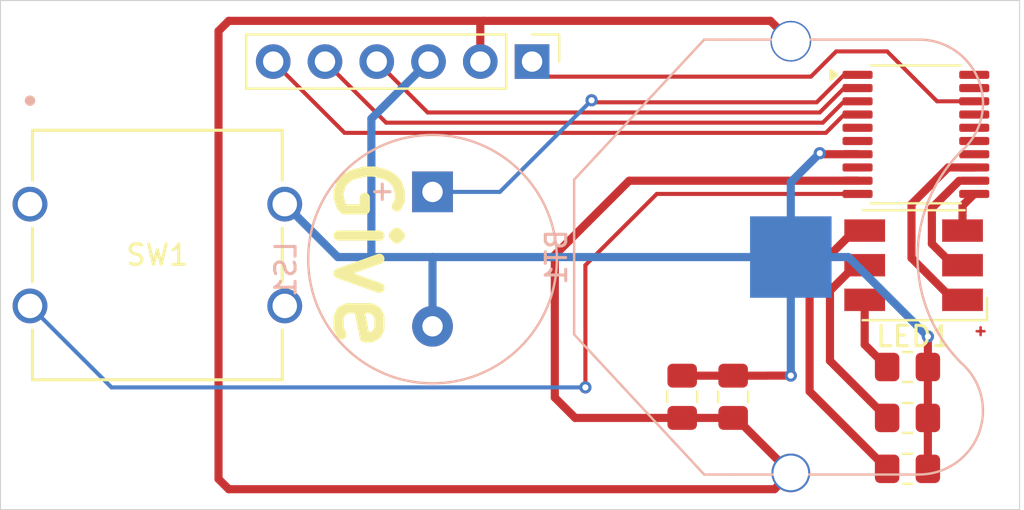
<source format=kicad_pcb>
(kicad_pcb (version 20240108) (generator "pcbnew") (generator_version "8.0")
  (layers (0 "F.Cu" signal) (31 "B.Cu" signal) (34 "B.Paste" user) (35 "F.Paste" user) (36 "B.SilkS" user "B.Silkscreen") (37 "F.SilkS" user "F.Silkscreen") (38 "B.Mask" user) (39 "F.Mask" user) (44 "Edge.Cuts" user))
  (net 0 "")
  (net 1 "Net-(LED1-BK)")
  (net 2 "Net-(LED1-GA)")
  (net 3 "Net-(LED1-BA)")
  (net 4 "Net-(LED1-RA)")
  (net 5 "Net-(LED1-RK)")
  (net 6 "Net-(LED1-GK)")
  (net 8 "GND")
  (net 14 "Net-(U1-PD4_A7_T2AETR2)")
  (net 16 "Net-(U1-PC0_T2CH3)")
  (net 17 "VCC")
  (net 20 "Net-(J1-Pin_1)")
  (net 21 "Net-(J1-Pin_5)")
  (net 22 "Net-(J1-Pin_6)")
  (net 23 "Net-(J1-Pin_4)")
  (footprint "Package_SO:TSSOP-20_4.4x6.5mm_P0.65mm" (layer "F.Cu") (at 164.716116 106.575)
    (property "Reference" "U1" (hide yes))
    (property "Value" "CH32V003f4p6" (hide yes))
    (fp_line (start 0 -3.385) (end -2.2 -3.385) (stroke (width 0.12)) (layer "F.SilkS"))
    (fp_line (start 0 -3.385) (end 2.2 -3.385) (stroke (width 0.12)) (layer "F.SilkS"))
    (fp_line (start 0 3.385) (end -2.2 3.385) (stroke (width 0.12)) (layer "F.SilkS"))
    (fp_line (start 0 3.385) (end 2.2 3.385) (stroke (width 0.12)) (layer "F.SilkS"))
    (fp_poly (pts (xy -3.86 -2.925) (xy -4.19 -3.165) (xy -4.19 -2.685) (xy -3.86 -2.925)) (stroke (width 0.12)) (fill solid) (layer "F.SilkS"))
    (pad "1" smd roundrect (at -2.8625 -2.925) (size 1.475 0.4) (layers "F.Cu" "F.Paste" "F.Mask") (net 14 "Net-(U1-PD4_A7_T2AETR2)"))
    (pad "2" smd roundrect (at -2.8625 -2.275) (size 1.475 0.4) (layers "F.Cu" "F.Paste" "F.Mask") (net 23 "Net-(J1-Pin_4)"))
    (pad "3" smd roundrect (at -2.8625 -1.625) (size 1.475 0.4) (layers "F.Cu" "F.Paste" "F.Mask") (net 21 "Net-(J1-Pin_5)"))
    (pad "4" smd roundrect (at -2.8625 -0.975) (size 1.475 0.4) (layers "F.Cu" "F.Paste" "F.Mask") (net 22 "Net-(J1-Pin_6)"))
    (pad "5" smd roundrect (at -2.8625 -0.325) (size 1.475 0.4) (layers "F.Cu" "F.Paste" "F.Mask"))
    (pad "6" smd roundrect (at -2.8625 0.325) (size 1.475 0.4) (layers "F.Cu" "F.Paste" "F.Mask"))
    (pad "7" smd roundrect (at -2.8625 0.975) (size 1.475 0.4) (layers "F.Cu" "F.Paste" "F.Mask") (net 8 "GND"))
    (pad "8" smd roundrect (at -2.8625 1.625) (size 1.475 0.4) (layers "F.Cu" "F.Paste" "F.Mask"))
    (pad "9" smd roundrect (at -2.8625 2.275) (size 1.475 0.4) (layers "F.Cu" "F.Paste" "F.Mask") (net 17 "VCC"))
    (pad "10" smd roundrect (at -2.8625 2.925) (size 1.475 0.4) (layers "F.Cu" "F.Paste" "F.Mask") (net 16 "Net-(U1-PC0_T2CH3)"))
    (pad "11" smd roundrect (at 2.8625 2.925) (size 1.475 0.4) (layers "F.Cu" "F.Paste" "F.Mask") (net 2 "Net-(LED1-GA)"))
    (pad "12" smd roundrect (at 2.8625 2.275) (size 1.475 0.4) (layers "F.Cu" "F.Paste" "F.Mask") (net 4 "Net-(LED1-RA)"))
    (pad "13" smd roundrect (at 2.8625 1.625) (size 1.475 0.4) (layers "F.Cu" "F.Paste" "F.Mask") (net 3 "Net-(LED1-BA)"))
    (pad "14" smd roundrect (at 2.8625 0.975) (size 1.475 0.4) (layers "F.Cu" "F.Paste" "F.Mask"))
    (pad "15" smd roundrect (at 2.8625 0.325) (size 1.475 0.4) (layers "F.Cu" "F.Paste" "F.Mask"))
    (pad "16" smd roundrect (at 2.8625 -0.325) (size 1.475 0.4) (layers "F.Cu" "F.Paste" "F.Mask"))
    (pad "17" smd roundrect (at 2.8625 -0.975) (size 1.475 0.4) (layers "F.Cu" "F.Paste" "F.Mask"))
    (pad "18" smd roundrect (at 2.8625 -1.625) (size 1.475 0.4) (layers "F.Cu" "F.Paste" "F.Mask") (net 20 "Net-(J1-Pin_1)"))
    (pad "19" smd roundrect (at 2.8625 -2.275) (size 1.475 0.4) (layers "F.Cu" "F.Paste" "F.Mask"))
    (pad "20" smd roundrect (at 2.8625 -2.925) (size 1.475 0.4) (layers "F.Cu" "F.Paste" "F.Mask"))
  )
  (footprint "Resistor_SMD:R_0805_2012Metric_Pad1.20x1.40mm_HandSolder" (layer "F.Cu") (at 164.303616 118 180)
    (property "Reference" "R3" (hide yes))
    (property "Value" "10")
    (fp_line (start -0.227064 0.735) (end 0.227064 0.735) (stroke (width 0.12)) (layer "F.SilkS"))
    (fp_line (start -0.227064 -0.735) (end 0.227064 -0.735) (stroke (width 0.12)) (layer "F.SilkS"))
    (pad "1" smd roundrect (at -1 0 180) (size 1.2 1.4) (layers "F.Cu" "F.Paste" "F.Mask") (roundrect_rratio 0.208333) (net 8 "GND"))
    (pad "2" smd roundrect (at 1 0 180) (size 1.2 1.4) (layers "F.Cu" "F.Paste" "F.Mask") (roundrect_rratio 0.208333) (net 1 "Net-(LED1-BK)"))
  )
  (footprint "LED_SMD:LED_RGB_5050-6" (layer "F.Cu") (at 164.603616 113 180)
    (property "Reference" "LED1" (at 0 -3.5 0) (layer "F.SilkS"))
    (property "Value" "~")
    (fp_line (start 2.5 2.7) (end -2.5 2.7) (stroke (width 0.12)) (layer "F.SilkS"))
    (fp_line (start -3.6 -1.6) (end -3.6 -2.7) (stroke (width 0.12)) (layer "F.SilkS"))
    (fp_line (start -3.6 -2.7) (end 2.5 -2.7) (stroke (width 0.12)) (layer "F.SilkS"))
    (pad "1" smd rect (at -2.4 -1.7 270) (size 1.1 2) (layers "F.Cu" "F.Paste" "F.Mask") (net 3 "Net-(LED1-BA)"))
    (pad "2" smd rect (at -2.4 0 270) (size 1.1 2) (layers "F.Cu" "F.Paste" "F.Mask") (net 4 "Net-(LED1-RA)"))
    (pad "3" smd rect (at -2.4 1.7 270) (size 1.1 2) (layers "F.Cu" "F.Paste" "F.Mask") (net 2 "Net-(LED1-GA)"))
    (pad "4" smd rect (at 2.4 1.7 270) (size 1.1 2) (layers "F.Cu" "F.Paste" "F.Mask") (net 6 "Net-(LED1-GK)"))
    (pad "5" smd rect (at 2.4 0 270) (size 1.1 2) (layers "F.Cu" "F.Paste" "F.Mask") (net 5 "Net-(LED1-RK)"))
    (pad "6" smd rect (at 2.4 -1.7 270) (size 1.1 2) (layers "F.Cu" "F.Paste" "F.Mask") (net 1 "Net-(LED1-BK)"))
  )
  (footprint "Connector_PinHeader_2.54mm:PinHeader_1x06_P2.54mm_Vertical" (layer "F.Cu") (at 145.883616 103 -90)
    (property "Reference" "J1" (hide yes))
    (property "Value" "program" (hide yes))
    (fp_line (start -1.33 14.03) (end 1.33 14.03) (stroke (width 0.12)) (layer "F.SilkS"))
    (fp_line (start -1.33 1.27) (end -1.33 14.03) (stroke (width 0.12)) (layer "F.SilkS"))
    (fp_line (start -1.33 1.27) (end 1.33 1.27) (stroke (width 0.12)) (layer "F.SilkS"))
    (fp_line (start 1.33 1.27) (end 1.33 14.03) (stroke (width 0.12)) (layer "F.SilkS"))
    (fp_line (start -1.33 0) (end -1.33 -1.33) (stroke (width 0.12)) (layer "F.SilkS"))
    (fp_line (start -1.33 -1.33) (end 0 -1.33) (stroke (width 0.12)) (layer "F.SilkS"))
    (pad "1" thru_hole rect (at 0 0 270) (size 1.7 1.7) (drill 1) (layers "*.Cu" "*.Mask") (net 20 "Net-(J1-Pin_1)"))
    (pad "2" thru_hole oval (at 0 2.54 270) (size 1.7 1.7) (drill 1) (layers "*.Cu" "*.Mask") (net 17 "VCC"))
    (pad "3" thru_hole oval (at 0 5.08 270) (size 1.7 1.7) (drill 1) (layers "*.Cu" "*.Mask") (net 8 "GND"))
    (pad "4" thru_hole oval (at 0 7.62 270) (size 1.7 1.7) (drill 1) (layers "*.Cu" "*.Mask") (net 23 "Net-(J1-Pin_4)"))
    (pad "5" thru_hole oval (at 0 10.16 270) (size 1.7 1.7) (drill 1) (layers "*.Cu" "*.Mask") (net 21 "Net-(J1-Pin_5)"))
    (pad "6" thru_hole oval (at 0 12.7 270) (size 1.7 1.7) (drill 1) (layers "*.Cu" "*.Mask") (net 22 "Net-(J1-Pin_6)"))
  )
  (footprint "Capacitor_SMD:C_0805_2012Metric_Pad1.18x1.45mm_HandSolder" (layer "F.Cu") (at 153.25 119.4625 90)
    (property "Reference" "C2" (hide yes))
    (property "Value" "100n")
    (fp_line (start -0.261252 -0.735) (end 0.261252 -0.735) (stroke (width 0.12)) (layer "F.SilkS"))
    (fp_line (start -0.261252 0.735) (end 0.261252 0.735) (stroke (width 0.12)) (layer "F.SilkS"))
    (pad "1" smd roundrect (at -1.0375 0 90) (size 1.175 1.45) (layers "F.Cu" "F.Paste" "F.Mask") (roundrect_rratio 0.212766) (net 17 "VCC"))
    (pad "2" smd roundrect (at 1.0375 0 90) (size 1.175 1.45) (layers "F.Cu" "F.Paste" "F.Mask") (roundrect_rratio 0.212766) (net 8 "GND"))
  )
  (footprint "lib:SW_B3F-4000_OMR" (layer "F.Cu") (at 121.25 110)
    (property "Reference" "SW1" (at 6.25 2.5 0) (layer "F.SilkS"))
    (property "Value" "B3F-4000")
    (fp_circle (center 0 -5.08) (end 0.127 -5.08) (stroke (width 0.254)) (fill none) (layer "B.SilkS"))
    (fp_line (start 0.123002 -3.626998) (end 0.123002 -1.180296) (stroke (width 0.1524)) (layer "F.SilkS"))
    (fp_line (start 0.123002 1.180296) (end 0.123002 3.819704) (stroke (width 0.1524)) (layer "F.SilkS"))
    (fp_line (start 0.123002 6.180296) (end 0.123002 8.626998) (stroke (width 0.1524)) (layer "F.SilkS"))
    (fp_line (start 0.123002 8.626998) (end 12.376998 8.626998) (stroke (width 0.1524)) (layer "F.SilkS"))
    (fp_line (start 12.376998 -3.626998) (end 0.123002 -3.626998) (stroke (width 0.1524)) (layer "F.SilkS"))
    (fp_line (start 12.376998 -1.180296) (end 12.376998 -3.626998) (stroke (width 0.1524)) (layer "F.SilkS"))
    (fp_line (start 12.376998 3.819704) (end 12.376998 1.180296) (stroke (width 0.1524)) (layer "F.SilkS"))
    (fp_line (start 12.376998 8.626998) (end 12.376998 6.180296) (stroke (width 0.1524)) (layer "F.SilkS"))
    (fp_circle (center 0 -5.08) (end 0.127 -5.08) (stroke (width 0.254)) (fill none) (layer "F.SilkS"))
    (pad "" np_thru_hole circle (at 6.25 -2) (size 1.799996 1.799996) (drill 1.799996) (layers "*.Cu" "*.Mask"))
    (pad "" np_thru_hole circle (at 6.25 7) (size 1.799996 1.799996) (drill 1.799996) (layers "*.Cu" "*.Mask"))
    (pad "1" thru_hole circle (at 0 0) (size 1.707896 1.707896) (drill 1.199896) (layers "*.Cu" "*.Mask"))
    (pad "2" thru_hole circle (at 12.5 0) (size 1.707896 1.707896) (drill 1.199896) (layers "*.Cu" "*.Mask") (net 8 "GND"))
    (pad "3" thru_hole circle (at 0 5) (size 1.707896 1.707896) (drill 1.199896) (layers "*.Cu" "*.Mask") (net 16 "Net-(U1-PC0_T2CH3)"))
    (pad "4" thru_hole circle (at 12.5 5) (size 1.707896 1.707896) (drill 1.199896) (layers "*.Cu" "*.Mask"))
  )
  (footprint "Resistor_SMD:R_0805_2012Metric_Pad1.20x1.40mm_HandSolder" (layer "F.Cu") (at 164.303616 120.5 180)
    (property "Reference" "R2" (hide yes))
    (property "Value" "47")
    (fp_line (start -0.227064 0.735) (end 0.227064 0.735) (stroke (width 0.12)) (layer "F.SilkS"))
    (fp_line (start -0.227064 -0.735) (end 0.227064 -0.735) (stroke (width 0.12)) (layer "F.SilkS"))
    (pad "1" smd roundrect (at -1 0 180) (size 1.2 1.4) (layers "F.Cu" "F.Paste" "F.Mask") (roundrect_rratio 0.208333) (net 8 "GND"))
    (pad "2" smd roundrect (at 1 0 180) (size 1.2 1.4) (layers "F.Cu" "F.Paste" "F.Mask") (roundrect_rratio 0.208333) (net 5 "Net-(LED1-RK)"))
  )
  (footprint "Resistor_SMD:R_0805_2012Metric_Pad1.20x1.40mm_HandSolder" (layer "F.Cu") (at 164.303616 123 180)
    (property "Reference" "R1" (hide yes))
    (property "Value" "10")
    (fp_line (start -0.227064 0.735) (end 0.227064 0.735) (stroke (width 0.12)) (layer "F.SilkS"))
    (fp_line (start -0.227064 -0.735) (end 0.227064 -0.735) (stroke (width 0.12)) (layer "F.SilkS"))
    (pad "1" smd roundrect (at -1 0 180) (size 1.2 1.4) (layers "F.Cu" "F.Paste" "F.Mask") (roundrect_rratio 0.208333) (net 8 "GND"))
    (pad "2" smd roundrect (at 1 0 180) (size 1.2 1.4) (layers "F.Cu" "F.Paste" "F.Mask") (roundrect_rratio 0.208333) (net 6 "Net-(LED1-GK)"))
  )
  (footprint "Capacitor_SMD:C_0805_2012Metric_Pad1.18x1.45mm_HandSolder" (layer "F.Cu") (at 155.75 119.4625 90)
    (property "Reference" "C1" (hide yes))
    (property "Value" "10u")
    (fp_line (start -0.261252 -0.735) (end 0.261252 -0.735) (stroke (width 0.12)) (layer "F.SilkS"))
    (fp_line (start -0.261252 0.735) (end 0.261252 0.735) (stroke (width 0.12)) (layer "F.SilkS"))
    (pad "1" smd roundrect (at -1.0375 0 90) (size 1.175 1.45) (layers "F.Cu" "F.Paste" "F.Mask") (roundrect_rratio 0.212766) (net 17 "VCC"))
    (pad "2" smd roundrect (at 1.0375 0 90) (size 1.175 1.45) (layers "F.Cu" "F.Paste" "F.Mask") (roundrect_rratio 0.212766) (net 8 "GND"))
  )
  (footprint "Library:BatteryHolder_m8_1x2032" (layer "B.Cu") (at 158.578616 112.6 90)
    (property "Reference" "BT1" (at 0 -11.5 90) (layer "B.SilkS") (effects (justify mirror)))
    (property "Value" "CR2032")
    (fp_line (start 3.8 -10.63) (end 10.68 -4.25) (stroke (width 0.12)) (layer "B.SilkS"))
    (fp_line (start -3.8 -10.63) (end 3.8 -10.63) (stroke (width 0.12)) (layer "B.SilkS"))
    (fp_line (start -3.8 -10.63) (end -10.68 -4.25) (stroke (width 0.12)) (layer "B.SilkS"))
    (fp_line (start 10.68 -4.25) (end 10.68 -2.8) (stroke (width 0.12)) (layer "B.SilkS"))
    (fp_line (start -10.68 -4.25) (end -10.68 -2.8) (stroke (width 0.12)) (layer "B.SilkS"))
    (fp_line (start -10.68 6.28) (end -10.68 -2.8) (stroke (width 0.12)) (layer "B.SilkS"))
    (fp_line (start 10.68 6.35) (end 10.68 -2.8) (stroke (width 0.12)) (layer "B.SilkS"))
    (fp_arc (start 10.68 6.3) (mid 8.734461 9.197232) (end 5.316452 8.492753) (stroke (width 0.12)) (layer "B.SilkS"))
    (fp_arc (start -5.169999 8.330001) (mid 0.096808 6.218103) (end 5.306422 8.467392) (stroke (width 0.12)) (layer "B.SilkS"))
    (fp_arc (start -5.180001 8.339999) (mid -8.637972 9.23169) (end -10.677058 6.3) (stroke (width 0.12)) (layer "B.SilkS"))
    (pad "1" thru_hole circle (at -10.6 0 90) (size 1.9 1.9) (drill 1.7) (layers "*.Cu" "*.Mask") (net 17 "VCC"))
    (pad "1" thru_hole circle (at 10.6 0 90) (size 2 2) (drill 1.85) (layers "*.Cu" "*.Mask") (net 17 "VCC"))
    (pad "2" smd rect (at 0 0 90) (size 4 4) (layers "B.Cu" "B.Paste" "B.Mask") (net 8 "GND"))
  )
  (footprint "Library:Buzzer_12x8.4RM6.6" (layer "B.Cu") (at 141 109.4 -90)
    (property "Reference" "LS1" (at 3.8 7.2 90) (layer "B.SilkS") (effects (justify mirror)))
    (property "Value" "Speaker_Crystal")
    (fp_circle (center 3.3 0) (end 9.4 0) (stroke (width 0.12)) (fill none) (layer "B.SilkS"))
    (fp_text user "+" (at -0.01 2.54 90) (layer "B.SilkS") (effects (justify mirror)))
    (pad "1" thru_hole rect (at 0 0 270) (size 2 2) (drill 1) (layers "*.Cu" "*.Mask") (net 14 "Net-(U1-PD4_A7_T2AETR2)"))
    (pad "2" thru_hole circle (at 6.6 0 270) (size 2 2) (drill 1) (layers "*.Cu" "*.Mask") (net 8 "GND"))
  )
  (gr_rect (start 119.803616 100) (end 169.803616 125) (stroke (width 0.05)) (fill none) (layer "Edge.Cuts"))
  (gr_text "+" (at 167.5 116.5 0) (layer "F.Cu") (effects (font (size 0.5 0.5) (thickness 0.125) (bold yes)) (justify left bottom)))
  (gr_text "Give" (at 136 107.5 270) (layer "F.SilkS") (effects (font (size 3 3) (thickness 0.5) (bold yes)) (justify left bottom)))
  (segment (start 162.203616 116.9) (end 163.303616 118) (width 0.4) (layer "F.Cu") (net 1))
  (segment (start 162.203616 114.7) (end 162.203616 116.9) (width 0.4) (layer "F.Cu") (net 1))
  (segment (start 167.003616 110.075) (end 167.003616 111.3) (width 0.4) (layer "F.Cu") (net 2))
  (segment (start 167.578616 109.5) (end 167.003616 110.075) (width 0.4) (layer "F.Cu") (net 2))
  (segment (start 167.003616 114.7) (end 167.453616 114.7) (width 0.2) (layer "F.Cu") (net 3))
  (segment (start 166.3 108.2) (end 167.578616 108.2) (width 0.4) (layer "F.Cu") (net 3))
  (segment (start 167.003616 114.7) (end 166.553616 114.7) (width 0.2) (layer "F.Cu") (net 3))
  (segment (start 164.5 112.646384) (end 164.5 110) (width 0.4) (layer "F.Cu") (net 3))
  (segment (start 164.5 110) (end 166.3 108.2) (width 0.4) (layer "F.Cu") (net 3))
  (segment (start 166.553616 114.7) (end 164.5 112.646384) (width 0.4) (layer "F.Cu") (net 3))
  (segment (start 167.003616 113) (end 166.553616 113) (width 0.2) (layer "F.Cu") (net 4))
  (segment (start 165.5 110.191117) (end 166.841117 108.85) (width 0.4) (layer "F.Cu") (net 4))
  (segment (start 166.841117 108.85) (end 167.578616 108.85) (width 0.2) (layer "F.Cu") (net 4))
  (segment (start 166.553616 113) (end 165.5 111.946384) (width 0.4) (layer "F.Cu") (net 4))
  (segment (start 165.5 111.946384) (end 165.5 110.191117) (width 0.4) (layer "F.Cu") (net 4))
  (segment (start 166.128616 113) (end 167.803616 113) (width 0.2) (layer "F.Cu") (net 4))
  (segment (start 160.5 117.696384) (end 160.5 114.253616) (width 0.4) (layer "F.Cu") (net 5))
  (segment (start 163.303616 120.5) (end 160.5 117.696384) (width 0.4) (layer "F.Cu") (net 5))
  (segment (start 161.753616 113) (end 162.203616 113) (width 0.2) (layer "F.Cu") (net 5))
  (segment (start 160.5 114.253616) (end 161.753616 113) (width 0.4) (layer "F.Cu") (net 5))
  (segment (start 163.078616 113) (end 162.353616 113) (width 0.2) (layer "F.Cu") (net 5))
  (segment (start 162.353616 113) (end 162.053616 113.3) (width 0.2) (layer "F.Cu") (net 5))
  (segment (start 163.303616 123) (end 159.5 119.196384) (width 0.4) (layer "F.Cu") (net 6))
  (segment (start 159.5 113.5) (end 161.7 111.3) (width 0.4) (layer "F.Cu") (net 6))
  (segment (start 161.7 111.3) (end 162.203616 111.3) (width 0.2) (layer "F.Cu") (net 6))
  (segment (start 159.5 119.196384) (end 159.5 113.5) (width 0.4) (layer "F.Cu") (net 6))
  (segment (start 155.75 118.425) (end 153.25 118.425) (width 0.4) (layer "F.Cu") (net 8))
  (segment (start 160.05 107.55) (end 160 107.5) (width 0.2) (layer "F.Cu") (net 8))
  (segment (start 157.428616 118.421384) (end 157.425 118.425) (width 0.2) (layer "F.Cu") (net 8))
  (segment (start 165.303616 118) (end 165.303616 116.5) (width 0.4) (layer "F.Cu") (net 8))
  (segment (start 157.425 118.425) (end 155.75 118.425) (width 0.4) (layer "F.Cu") (net 8))
  (segment (start 161.853616 107.55) (end 160.05 107.55) (width 0.4) (layer "F.Cu") (net 8))
  (segment (start 165.303616 120.5) (end 165.303616 118) (width 0.4) (layer "F.Cu") (net 8))
  (segment (start 165.303616 123) (end 165.303616 120.5) (width 0.4) (layer "F.Cu") (net 8))
  (segment (start 158.578616 118.421384) (end 157.428616 118.421384) (width 0.4) (layer "F.Cu") (net 8))
  (via (at 165.303616 116.5) (size 0.6) (drill 0.3) (layers "F.Cu" "B.Cu") (net 8))
  (via (at 160 107.5) (size 0.6) (drill 0.3) (layers "F.Cu" "B.Cu") (net 8))
  (via (at 158.578616 118.421384) (size 0.6) (drill 0.3) (layers "F.Cu" "B.Cu") (net 8))
  (segment (start 158.578616 112.6) (end 141 112.6) (width 0.4) (layer "B.Cu") (net 8))
  (segment (start 161.403616 112.6) (end 158.578616 112.6) (width 0.4) (layer "B.Cu") (net 8))
  (segment (start 158.553616 115.75) (end 158.578616 115.725) (width 0.2) (layer "B.Cu") (net 8))
  (segment (start 141 116) (end 141 112.6) (width 0.4) (layer "B.Cu") (net 8))
  (segment (start 160 107.5) (end 158.578616 108.921384) (width 0.4) (layer "B.Cu") (net 8))
  (segment (start 165.303616 116.5) (end 161.403616 112.6) (width 0.4) (layer "B.Cu") (net 8))
  (segment (start 158.578616 108.921384) (end 158.578616 112.6) (width 0.4) (layer "B.Cu") (net 8))
  (segment (start 140.803616 103) (end 138 105.803616) (width 0.4) (layer "B.Cu") (net 8))
  (segment (start 134.303616 110.553616) (end 134.303616 110) (width 0.4) (layer "B.Cu") (net 8))
  (segment (start 141 112.6) (end 138 112.6) (width 0.4) (layer "B.Cu") (net 8))
  (segment (start 138 112.6) (end 136.35 112.6) (width 0.4) (layer "B.Cu") (net 8))
  (segment (start 136.35 112.6) (end 134.303616 110.553616) (width 0.4) (layer "B.Cu") (net 8))
  (segment (start 158.578616 118.421384) (end 158.578616 112.6) (width 0.4) (layer "B.Cu") (net 8))
  (segment (start 138 105.803616) (end 138 112.6) (width 0.4) (layer "B.Cu") (net 8))
  (segment (start 161.19766 103.65) (end 161.853616 103.65) (width 0.2) (layer "F.Cu") (net 14))
  (segment (start 148.803616 104.9) (end 148.903616 105) (width 0.2) (layer "F.Cu") (net 14))
  (segment (start 148.903616 105) (end 159.84766 105) (width 0.2) (layer "F.Cu") (net 14))
  (segment (start 159.84766 105) (end 161.19766 103.65) (width 0.2) (layer "F.Cu") (net 14))
  (via (at 148.803616 104.9) (size 0.6) (drill 0.3) (layers "F.Cu" "B.Cu") (net 14))
  (segment (start 144.303616 109.4) (end 141 109.4) (width 0.2) (layer "B.Cu") (net 14))
  (segment (start 148.803616 104.9) (end 144.303616 109.4) (width 0.2) (layer "B.Cu") (net 14))
  (segment (start 148.5 119) (end 148.5 113) (width 0.2) (layer "F.Cu") (net 16))
  (segment (start 148.5 113) (end 152 109.5) (width 0.2) (layer "F.Cu") (net 16))
  (segment (start 152 109.5) (end 161.853616 109.5) (width 0.2) (layer "F.Cu") (net 16))
  (via (at 148.5 119) (size 0.6) (drill 0.3) (layers "F.Cu" "B.Cu") (net 16))
  (segment (start 121.803616 115) (end 121.25 115) (width 0.2) (layer "B.Cu") (net 16))
  (segment (start 125.25 119) (end 148.5 119) (width 0.2) (layer "B.Cu") (net 16))
  (segment (start 121.25 115) (end 125.25 119) (width 0.2) (layer "B.Cu") (net 16))
  (segment (start 157.578616 101) (end 143.5 101) (width 0.4) (layer "F.Cu") (net 17))
  (segment (start 143.5 101) (end 131 101) (width 0.4) (layer "F.Cu") (net 17))
  (segment (start 147 119.5) (end 147 112.5) (width 0.4) (layer "F.Cu") (net 17))
  (segment (start 148 120.5) (end 147 119.5) (width 0.4) (layer "F.Cu") (net 17))
  (segment (start 158.578616 123.2) (end 155.878616 120.5) (width 0.4) (layer "F.Cu") (net 17))
  (segment (start 158.578616 102) (end 157.578616 101) (width 0.4) (layer "F.Cu") (net 17))
  (segment (start 150.65 108.85) (end 161.853616 108.85) (width 0.4) (layer "F.Cu") (net 17))
  (segment (start 130.5 101.5) (end 130.5 123.5) (width 0.4) (layer "F.Cu") (net 17))
  (segment (start 153.25 120.5) (end 148 120.5) (width 0.4) (layer "F.Cu") (net 17))
  (segment (start 131 124) (end 157.778616 124) (width 0.4) (layer "F.Cu") (net 17))
  (segment (start 143.343616 103) (end 143.343616 101.156384) (width 0.4) (layer "F.Cu") (net 17))
  (segment (start 130.5 123.5) (end 131 124) (width 0.4) (layer "F.Cu") (net 17))
  (segment (start 131 101) (end 130.5 101.5) (width 0.4) (layer "F.Cu") (net 17))
  (segment (start 157.778616 124) (end 158.578616 123.2) (width 0.4) (layer "F.Cu") (net 17))
  (segment (start 147 112.5) (end 150.65 108.85) (width 0.4) (layer "F.Cu") (net 17))
  (segment (start 155.878616 120.5) (end 155.75 120.5) (width 0.2) (layer "F.Cu") (net 17))
  (segment (start 155.75 120.5) (end 153.25 120.5) (width 0.4) (layer "F.Cu") (net 17))
  (segment (start 143.343616 101.156384) (end 143.5 101) (width 0.2) (layer "F.Cu") (net 17))
  (segment (start 145.883616 103) (end 146.622795 103.739179) (width 0.2) (layer "F.Cu") (net 20))
  (segment (start 146.622795 103.739179) (end 159.564437 103.739179) (width 0.2) (layer "F.Cu") (net 20))
  (segment (start 159.564437 103.739179) (end 160.803616 102.5) (width 0.2) (layer "F.Cu") (net 20))
  (segment (start 165.753616 104.95) (end 167.578616 104.95) (width 0.2) (layer "F.Cu") (net 20))
  (segment (start 160.803616 102.5) (end 163.303616 102.5) (width 0.2) (layer "F.Cu") (net 20))
  (segment (start 163.303616 102.5) (end 165.753616 104.95) (width 0.2) (layer "F.Cu") (net 20))
  (segment (start 138.723616 106) (end 160.14766 106) (width 0.2) (layer "F.Cu") (net 21))
  (segment (start 160.14766 106) (end 161.19766 104.95) (width 0.2) (layer "F.Cu") (net 21))
  (segment (start 161.19766 104.95) (end 161.853616 104.95) (width 0.2) (layer "F.Cu") (net 21))
  (segment (start 135.723616 103) (end 138.723616 106) (width 0.2) (layer "F.Cu") (net 21))
  (segment (start 136.683616 106.5) (end 160.29766 106.5) (width 0.2) (layer "F.Cu") (net 22))
  (segment (start 160.29766 106.5) (end 161.19766 105.6) (width 0.2) (layer "F.Cu") (net 22))
  (segment (start 133.183616 103) (end 136.683616 106.5) (width 0.2) (layer "F.Cu") (net 22))
  (segment (start 161.19766 105.6) (end 161.853616 105.6) (width 0.2) (layer "F.Cu") (net 22))
  (segment (start 138.263616 103) (end 140.763616 105.5) (width 0.2) (layer "F.Cu") (net 23))
  (segment (start 159.99766 105.5) (end 161.19766 104.3) (width 0.2) (layer "F.Cu") (net 23))
  (segment (start 161.19766 104.3) (end 161.853616 104.3) (width 0.2) (layer "F.Cu") (net 23))
  (segment (start 140.763616 105.5) (end 159.99766 105.5) (width 0.2) (layer "F.Cu") (net 23))
)
</source>
